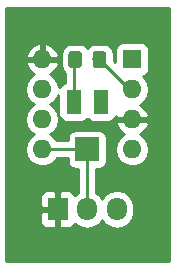
<source format=gbr>
G04 #@! TF.GenerationSoftware,KiCad,Pcbnew,(5.0.0-3-g5ebb6b6)*
G04 #@! TF.CreationDate,2019-02-02T18:51:14+01:00*
G04 #@! TF.ProjectId,tt_opt101_module,74745F6F70743130315F6D6F64756C65,rev?*
G04 #@! TF.SameCoordinates,Original*
G04 #@! TF.FileFunction,Copper,L1,Top,Signal*
G04 #@! TF.FilePolarity,Positive*
%FSLAX46Y46*%
G04 Gerber Fmt 4.6, Leading zero omitted, Abs format (unit mm)*
G04 Created by KiCad (PCBNEW (5.0.0-3-g5ebb6b6)) date Saturday, 02. February 2019 um 18:51:14*
%MOMM*%
%LPD*%
G01*
G04 APERTURE LIST*
G04 #@! TA.AperFunction,ComponentPad*
%ADD10R,1.700000X1.950000*%
G04 #@! TD*
G04 #@! TA.AperFunction,ComponentPad*
%ADD11O,1.700000X1.950000*%
G04 #@! TD*
G04 #@! TA.AperFunction,ComponentPad*
%ADD12R,1.600000X1.600000*%
G04 #@! TD*
G04 #@! TA.AperFunction,ComponentPad*
%ADD13O,1.600000X1.600000*%
G04 #@! TD*
G04 #@! TA.AperFunction,Conductor*
%ADD14C,0.100000*%
G04 #@! TD*
G04 #@! TA.AperFunction,SMDPad,CuDef*
%ADD15C,1.150000*%
G04 #@! TD*
G04 #@! TA.AperFunction,SMDPad,CuDef*
%ADD16R,1.300000X2.000000*%
G04 #@! TD*
G04 #@! TA.AperFunction,SMDPad,CuDef*
%ADD17R,2.000000X2.000000*%
G04 #@! TD*
G04 #@! TA.AperFunction,Conductor*
%ADD18C,0.250000*%
G04 #@! TD*
G04 #@! TA.AperFunction,Conductor*
%ADD19C,0.254000*%
G04 #@! TD*
G04 APERTURE END LIST*
D10*
G04 #@! TO.P,J1,1*
G04 #@! TO.N,GND*
X130850000Y-66040000D03*
D11*
G04 #@! TO.P,J1,2*
G04 #@! TO.N,Net-(J1-Pad2)*
X133350000Y-66040000D03*
G04 #@! TO.P,J1,3*
G04 #@! TO.N,+5V*
X135850000Y-66040000D03*
G04 #@! TD*
D12*
G04 #@! TO.P,O1,1*
G04 #@! TO.N,+5V*
X137150000Y-53340000D03*
D13*
G04 #@! TO.P,O1,5*
G04 #@! TO.N,Net-(J1-Pad2)*
X129530000Y-60960000D03*
G04 #@! TO.P,O1,2*
G04 #@! TO.N,Net-(O1-Pad2)*
X137150000Y-55880000D03*
G04 #@! TO.P,O1,6*
G04 #@! TO.N,Net-(O1-Pad6)*
X129530000Y-58420000D03*
G04 #@! TO.P,O1,3*
G04 #@! TO.N,GND*
X137150000Y-58420000D03*
G04 #@! TO.P,O1,7*
G04 #@! TO.N,Net-(O1-Pad7)*
X129530000Y-55880000D03*
G04 #@! TO.P,O1,4*
G04 #@! TO.N,Net-(O1-Pad4)*
X137150000Y-60960000D03*
G04 #@! TO.P,O1,8*
G04 #@! TO.N,GND*
X129530000Y-53340000D03*
G04 #@! TD*
D14*
G04 #@! TO.N,Net-(O1-Pad2)*
G04 #@! TO.C,R1*
G36*
X134724505Y-52641204D02*
X134748773Y-52644804D01*
X134772572Y-52650765D01*
X134795671Y-52659030D01*
X134817850Y-52669520D01*
X134838893Y-52682132D01*
X134858599Y-52696747D01*
X134876777Y-52713223D01*
X134893253Y-52731401D01*
X134907868Y-52751107D01*
X134920480Y-52772150D01*
X134930970Y-52794329D01*
X134939235Y-52817428D01*
X134945196Y-52841227D01*
X134948796Y-52865495D01*
X134950000Y-52889999D01*
X134950000Y-53790001D01*
X134948796Y-53814505D01*
X134945196Y-53838773D01*
X134939235Y-53862572D01*
X134930970Y-53885671D01*
X134920480Y-53907850D01*
X134907868Y-53928893D01*
X134893253Y-53948599D01*
X134876777Y-53966777D01*
X134858599Y-53983253D01*
X134838893Y-53997868D01*
X134817850Y-54010480D01*
X134795671Y-54020970D01*
X134772572Y-54029235D01*
X134748773Y-54035196D01*
X134724505Y-54038796D01*
X134700001Y-54040000D01*
X134049999Y-54040000D01*
X134025495Y-54038796D01*
X134001227Y-54035196D01*
X133977428Y-54029235D01*
X133954329Y-54020970D01*
X133932150Y-54010480D01*
X133911107Y-53997868D01*
X133891401Y-53983253D01*
X133873223Y-53966777D01*
X133856747Y-53948599D01*
X133842132Y-53928893D01*
X133829520Y-53907850D01*
X133819030Y-53885671D01*
X133810765Y-53862572D01*
X133804804Y-53838773D01*
X133801204Y-53814505D01*
X133800000Y-53790001D01*
X133800000Y-52889999D01*
X133801204Y-52865495D01*
X133804804Y-52841227D01*
X133810765Y-52817428D01*
X133819030Y-52794329D01*
X133829520Y-52772150D01*
X133842132Y-52751107D01*
X133856747Y-52731401D01*
X133873223Y-52713223D01*
X133891401Y-52696747D01*
X133911107Y-52682132D01*
X133932150Y-52669520D01*
X133954329Y-52659030D01*
X133977428Y-52650765D01*
X134001227Y-52644804D01*
X134025495Y-52641204D01*
X134049999Y-52640000D01*
X134700001Y-52640000D01*
X134724505Y-52641204D01*
X134724505Y-52641204D01*
G37*
D15*
G04 #@! TD*
G04 #@! TO.P,R1,1*
G04 #@! TO.N,Net-(O1-Pad2)*
X134375000Y-53340000D03*
D14*
G04 #@! TO.N,Net-(R1-Pad2)*
G04 #@! TO.C,R1*
G36*
X132674505Y-52641204D02*
X132698773Y-52644804D01*
X132722572Y-52650765D01*
X132745671Y-52659030D01*
X132767850Y-52669520D01*
X132788893Y-52682132D01*
X132808599Y-52696747D01*
X132826777Y-52713223D01*
X132843253Y-52731401D01*
X132857868Y-52751107D01*
X132870480Y-52772150D01*
X132880970Y-52794329D01*
X132889235Y-52817428D01*
X132895196Y-52841227D01*
X132898796Y-52865495D01*
X132900000Y-52889999D01*
X132900000Y-53790001D01*
X132898796Y-53814505D01*
X132895196Y-53838773D01*
X132889235Y-53862572D01*
X132880970Y-53885671D01*
X132870480Y-53907850D01*
X132857868Y-53928893D01*
X132843253Y-53948599D01*
X132826777Y-53966777D01*
X132808599Y-53983253D01*
X132788893Y-53997868D01*
X132767850Y-54010480D01*
X132745671Y-54020970D01*
X132722572Y-54029235D01*
X132698773Y-54035196D01*
X132674505Y-54038796D01*
X132650001Y-54040000D01*
X131999999Y-54040000D01*
X131975495Y-54038796D01*
X131951227Y-54035196D01*
X131927428Y-54029235D01*
X131904329Y-54020970D01*
X131882150Y-54010480D01*
X131861107Y-53997868D01*
X131841401Y-53983253D01*
X131823223Y-53966777D01*
X131806747Y-53948599D01*
X131792132Y-53928893D01*
X131779520Y-53907850D01*
X131769030Y-53885671D01*
X131760765Y-53862572D01*
X131754804Y-53838773D01*
X131751204Y-53814505D01*
X131750000Y-53790001D01*
X131750000Y-52889999D01*
X131751204Y-52865495D01*
X131754804Y-52841227D01*
X131760765Y-52817428D01*
X131769030Y-52794329D01*
X131779520Y-52772150D01*
X131792132Y-52751107D01*
X131806747Y-52731401D01*
X131823223Y-52713223D01*
X131841401Y-52696747D01*
X131861107Y-52682132D01*
X131882150Y-52669520D01*
X131904329Y-52659030D01*
X131927428Y-52650765D01*
X131951227Y-52644804D01*
X131975495Y-52641204D01*
X131999999Y-52640000D01*
X132650001Y-52640000D01*
X132674505Y-52641204D01*
X132674505Y-52641204D01*
G37*
D15*
G04 #@! TD*
G04 #@! TO.P,R1,2*
G04 #@! TO.N,Net-(R1-Pad2)*
X132325000Y-53340000D03*
D16*
G04 #@! TO.P,RV1,1*
G04 #@! TO.N,Net-(R1-Pad2)*
X132200000Y-56960000D03*
D17*
G04 #@! TO.P,RV1,2*
G04 #@! TO.N,Net-(J1-Pad2)*
X133350000Y-60960000D03*
D16*
G04 #@! TO.P,RV1,3*
G04 #@! TO.N,Net-(RV1-Pad3)*
X134500000Y-56960000D03*
G04 #@! TD*
D18*
G04 #@! TO.N,Net-(J1-Pad2)*
X129530000Y-60960000D02*
X133350000Y-60960000D01*
X133350000Y-60960000D02*
X133350000Y-66040000D01*
G04 #@! TO.N,Net-(O1-Pad2)*
X136915000Y-55880000D02*
X137150000Y-55880000D01*
X134375000Y-53340000D02*
X136915000Y-55880000D01*
G04 #@! TO.N,Net-(R1-Pad2)*
X132200000Y-53465000D02*
X132325000Y-53340000D01*
X132200000Y-56960000D02*
X132200000Y-53465000D01*
G04 #@! TD*
D19*
G04 #@! TO.N,GND*
G36*
X140260000Y-70410000D02*
X126440000Y-70410000D01*
X126440000Y-66325750D01*
X129365000Y-66325750D01*
X129365000Y-67141310D01*
X129461673Y-67374699D01*
X129640302Y-67553327D01*
X129873691Y-67650000D01*
X130564250Y-67650000D01*
X130723000Y-67491250D01*
X130723000Y-66167000D01*
X129523750Y-66167000D01*
X129365000Y-66325750D01*
X126440000Y-66325750D01*
X126440000Y-64938690D01*
X129365000Y-64938690D01*
X129365000Y-65754250D01*
X129523750Y-65913000D01*
X130723000Y-65913000D01*
X130723000Y-64588750D01*
X130564250Y-64430000D01*
X129873691Y-64430000D01*
X129640302Y-64526673D01*
X129461673Y-64705301D01*
X129365000Y-64938690D01*
X126440000Y-64938690D01*
X126440000Y-55880000D01*
X128066887Y-55880000D01*
X128178260Y-56439909D01*
X128495423Y-56914577D01*
X128847758Y-57150000D01*
X128495423Y-57385423D01*
X128178260Y-57860091D01*
X128066887Y-58420000D01*
X128178260Y-58979909D01*
X128495423Y-59454577D01*
X128847758Y-59690000D01*
X128495423Y-59925423D01*
X128178260Y-60400091D01*
X128066887Y-60960000D01*
X128178260Y-61519909D01*
X128495423Y-61994577D01*
X128970091Y-62311740D01*
X129388667Y-62395000D01*
X129671333Y-62395000D01*
X130089909Y-62311740D01*
X130564577Y-61994577D01*
X130748043Y-61720000D01*
X131702560Y-61720000D01*
X131702560Y-61960000D01*
X131751843Y-62207765D01*
X131892191Y-62417809D01*
X132102235Y-62558157D01*
X132350000Y-62607440D01*
X132590000Y-62607440D01*
X132590001Y-64636822D01*
X132292344Y-64835709D01*
X132238327Y-64705301D01*
X132059698Y-64526673D01*
X131826309Y-64430000D01*
X131135750Y-64430000D01*
X130977000Y-64588750D01*
X130977000Y-65913000D01*
X130997000Y-65913000D01*
X130997000Y-66167000D01*
X130977000Y-66167000D01*
X130977000Y-67491250D01*
X131135750Y-67650000D01*
X131826309Y-67650000D01*
X132059698Y-67553327D01*
X132238327Y-67374699D01*
X132292344Y-67244291D01*
X132770583Y-67563839D01*
X133350000Y-67679092D01*
X133929418Y-67563839D01*
X134420625Y-67235625D01*
X134600000Y-66967171D01*
X134779375Y-67235625D01*
X135270583Y-67563839D01*
X135850000Y-67679092D01*
X136429418Y-67563839D01*
X136920625Y-67235625D01*
X137248839Y-66744417D01*
X137335000Y-66311255D01*
X137335000Y-65768744D01*
X137248839Y-65335582D01*
X136920625Y-64844375D01*
X136429417Y-64516161D01*
X135850000Y-64400908D01*
X135270582Y-64516161D01*
X134779375Y-64844375D01*
X134600000Y-65112829D01*
X134420625Y-64844375D01*
X134110000Y-64636822D01*
X134110000Y-62607440D01*
X134350000Y-62607440D01*
X134597765Y-62558157D01*
X134807809Y-62417809D01*
X134948157Y-62207765D01*
X134997440Y-61960000D01*
X134997440Y-60960000D01*
X135686887Y-60960000D01*
X135798260Y-61519909D01*
X136115423Y-61994577D01*
X136590091Y-62311740D01*
X137008667Y-62395000D01*
X137291333Y-62395000D01*
X137709909Y-62311740D01*
X138184577Y-61994577D01*
X138501740Y-61519909D01*
X138613113Y-60960000D01*
X138501740Y-60400091D01*
X138184577Y-59925423D01*
X137800892Y-59669053D01*
X138005134Y-59572389D01*
X138381041Y-59157423D01*
X138541904Y-58769039D01*
X138419915Y-58547000D01*
X137277000Y-58547000D01*
X137277000Y-58567000D01*
X137023000Y-58567000D01*
X137023000Y-58547000D01*
X135880085Y-58547000D01*
X135758096Y-58769039D01*
X135918959Y-59157423D01*
X136294866Y-59572389D01*
X136499108Y-59669053D01*
X136115423Y-59925423D01*
X135798260Y-60400091D01*
X135686887Y-60960000D01*
X134997440Y-60960000D01*
X134997440Y-59960000D01*
X134948157Y-59712235D01*
X134807809Y-59502191D01*
X134597765Y-59361843D01*
X134350000Y-59312560D01*
X132350000Y-59312560D01*
X132102235Y-59361843D01*
X131892191Y-59502191D01*
X131751843Y-59712235D01*
X131702560Y-59960000D01*
X131702560Y-60200000D01*
X130748043Y-60200000D01*
X130564577Y-59925423D01*
X130212242Y-59690000D01*
X130564577Y-59454577D01*
X130881740Y-58979909D01*
X130993113Y-58420000D01*
X130881740Y-57860091D01*
X130564577Y-57385423D01*
X130212242Y-57150000D01*
X130564577Y-56914577D01*
X130881740Y-56439909D01*
X130902560Y-56335240D01*
X130902560Y-57960000D01*
X130951843Y-58207765D01*
X131092191Y-58417809D01*
X131302235Y-58558157D01*
X131550000Y-58607440D01*
X132850000Y-58607440D01*
X133097765Y-58558157D01*
X133307809Y-58417809D01*
X133350000Y-58354666D01*
X133392191Y-58417809D01*
X133602235Y-58558157D01*
X133850000Y-58607440D01*
X135150000Y-58607440D01*
X135397765Y-58558157D01*
X135607809Y-58417809D01*
X135748157Y-58207765D01*
X135770777Y-58094043D01*
X135880085Y-58293000D01*
X137023000Y-58293000D01*
X137023000Y-58273000D01*
X137277000Y-58273000D01*
X137277000Y-58293000D01*
X138419915Y-58293000D01*
X138541904Y-58070961D01*
X138381041Y-57682577D01*
X138005134Y-57267611D01*
X137800892Y-57170947D01*
X138184577Y-56914577D01*
X138501740Y-56439909D01*
X138613113Y-55880000D01*
X138501740Y-55320091D01*
X138184577Y-54845423D01*
X138063894Y-54764785D01*
X138197765Y-54738157D01*
X138407809Y-54597809D01*
X138548157Y-54387765D01*
X138597440Y-54140000D01*
X138597440Y-52540000D01*
X138548157Y-52292235D01*
X138407809Y-52082191D01*
X138197765Y-51941843D01*
X137950000Y-51892560D01*
X136350000Y-51892560D01*
X136102235Y-51941843D01*
X135892191Y-52082191D01*
X135751843Y-52292235D01*
X135702560Y-52540000D01*
X135702560Y-53592758D01*
X135597440Y-53487638D01*
X135597440Y-52889999D01*
X135529127Y-52546564D01*
X135334586Y-52255414D01*
X135043436Y-52060873D01*
X134700001Y-51992560D01*
X134049999Y-51992560D01*
X133706564Y-52060873D01*
X133415414Y-52255414D01*
X133350000Y-52353313D01*
X133284586Y-52255414D01*
X132993436Y-52060873D01*
X132650001Y-51992560D01*
X131999999Y-51992560D01*
X131656564Y-52060873D01*
X131365414Y-52255414D01*
X131170873Y-52546564D01*
X131102560Y-52889999D01*
X131102560Y-53790001D01*
X131170873Y-54133436D01*
X131365414Y-54424586D01*
X131440001Y-54474423D01*
X131440000Y-55334440D01*
X131302235Y-55361843D01*
X131092191Y-55502191D01*
X130957930Y-55703125D01*
X130881740Y-55320091D01*
X130564577Y-54845423D01*
X130180892Y-54589053D01*
X130385134Y-54492389D01*
X130761041Y-54077423D01*
X130921904Y-53689039D01*
X130799915Y-53467000D01*
X129657000Y-53467000D01*
X129657000Y-53487000D01*
X129403000Y-53487000D01*
X129403000Y-53467000D01*
X128260085Y-53467000D01*
X128138096Y-53689039D01*
X128298959Y-54077423D01*
X128674866Y-54492389D01*
X128879108Y-54589053D01*
X128495423Y-54845423D01*
X128178260Y-55320091D01*
X128066887Y-55880000D01*
X126440000Y-55880000D01*
X126440000Y-52990961D01*
X128138096Y-52990961D01*
X128260085Y-53213000D01*
X129403000Y-53213000D01*
X129403000Y-52069371D01*
X129657000Y-52069371D01*
X129657000Y-53213000D01*
X130799915Y-53213000D01*
X130921904Y-52990961D01*
X130761041Y-52602577D01*
X130385134Y-52187611D01*
X129879041Y-51948086D01*
X129657000Y-52069371D01*
X129403000Y-52069371D01*
X129180959Y-51948086D01*
X128674866Y-52187611D01*
X128298959Y-52602577D01*
X128138096Y-52990961D01*
X126440000Y-52990961D01*
X126440000Y-48970000D01*
X140260001Y-48970000D01*
X140260000Y-70410000D01*
X140260000Y-70410000D01*
G37*
X140260000Y-70410000D02*
X126440000Y-70410000D01*
X126440000Y-66325750D01*
X129365000Y-66325750D01*
X129365000Y-67141310D01*
X129461673Y-67374699D01*
X129640302Y-67553327D01*
X129873691Y-67650000D01*
X130564250Y-67650000D01*
X130723000Y-67491250D01*
X130723000Y-66167000D01*
X129523750Y-66167000D01*
X129365000Y-66325750D01*
X126440000Y-66325750D01*
X126440000Y-64938690D01*
X129365000Y-64938690D01*
X129365000Y-65754250D01*
X129523750Y-65913000D01*
X130723000Y-65913000D01*
X130723000Y-64588750D01*
X130564250Y-64430000D01*
X129873691Y-64430000D01*
X129640302Y-64526673D01*
X129461673Y-64705301D01*
X129365000Y-64938690D01*
X126440000Y-64938690D01*
X126440000Y-55880000D01*
X128066887Y-55880000D01*
X128178260Y-56439909D01*
X128495423Y-56914577D01*
X128847758Y-57150000D01*
X128495423Y-57385423D01*
X128178260Y-57860091D01*
X128066887Y-58420000D01*
X128178260Y-58979909D01*
X128495423Y-59454577D01*
X128847758Y-59690000D01*
X128495423Y-59925423D01*
X128178260Y-60400091D01*
X128066887Y-60960000D01*
X128178260Y-61519909D01*
X128495423Y-61994577D01*
X128970091Y-62311740D01*
X129388667Y-62395000D01*
X129671333Y-62395000D01*
X130089909Y-62311740D01*
X130564577Y-61994577D01*
X130748043Y-61720000D01*
X131702560Y-61720000D01*
X131702560Y-61960000D01*
X131751843Y-62207765D01*
X131892191Y-62417809D01*
X132102235Y-62558157D01*
X132350000Y-62607440D01*
X132590000Y-62607440D01*
X132590001Y-64636822D01*
X132292344Y-64835709D01*
X132238327Y-64705301D01*
X132059698Y-64526673D01*
X131826309Y-64430000D01*
X131135750Y-64430000D01*
X130977000Y-64588750D01*
X130977000Y-65913000D01*
X130997000Y-65913000D01*
X130997000Y-66167000D01*
X130977000Y-66167000D01*
X130977000Y-67491250D01*
X131135750Y-67650000D01*
X131826309Y-67650000D01*
X132059698Y-67553327D01*
X132238327Y-67374699D01*
X132292344Y-67244291D01*
X132770583Y-67563839D01*
X133350000Y-67679092D01*
X133929418Y-67563839D01*
X134420625Y-67235625D01*
X134600000Y-66967171D01*
X134779375Y-67235625D01*
X135270583Y-67563839D01*
X135850000Y-67679092D01*
X136429418Y-67563839D01*
X136920625Y-67235625D01*
X137248839Y-66744417D01*
X137335000Y-66311255D01*
X137335000Y-65768744D01*
X137248839Y-65335582D01*
X136920625Y-64844375D01*
X136429417Y-64516161D01*
X135850000Y-64400908D01*
X135270582Y-64516161D01*
X134779375Y-64844375D01*
X134600000Y-65112829D01*
X134420625Y-64844375D01*
X134110000Y-64636822D01*
X134110000Y-62607440D01*
X134350000Y-62607440D01*
X134597765Y-62558157D01*
X134807809Y-62417809D01*
X134948157Y-62207765D01*
X134997440Y-61960000D01*
X134997440Y-60960000D01*
X135686887Y-60960000D01*
X135798260Y-61519909D01*
X136115423Y-61994577D01*
X136590091Y-62311740D01*
X137008667Y-62395000D01*
X137291333Y-62395000D01*
X137709909Y-62311740D01*
X138184577Y-61994577D01*
X138501740Y-61519909D01*
X138613113Y-60960000D01*
X138501740Y-60400091D01*
X138184577Y-59925423D01*
X137800892Y-59669053D01*
X138005134Y-59572389D01*
X138381041Y-59157423D01*
X138541904Y-58769039D01*
X138419915Y-58547000D01*
X137277000Y-58547000D01*
X137277000Y-58567000D01*
X137023000Y-58567000D01*
X137023000Y-58547000D01*
X135880085Y-58547000D01*
X135758096Y-58769039D01*
X135918959Y-59157423D01*
X136294866Y-59572389D01*
X136499108Y-59669053D01*
X136115423Y-59925423D01*
X135798260Y-60400091D01*
X135686887Y-60960000D01*
X134997440Y-60960000D01*
X134997440Y-59960000D01*
X134948157Y-59712235D01*
X134807809Y-59502191D01*
X134597765Y-59361843D01*
X134350000Y-59312560D01*
X132350000Y-59312560D01*
X132102235Y-59361843D01*
X131892191Y-59502191D01*
X131751843Y-59712235D01*
X131702560Y-59960000D01*
X131702560Y-60200000D01*
X130748043Y-60200000D01*
X130564577Y-59925423D01*
X130212242Y-59690000D01*
X130564577Y-59454577D01*
X130881740Y-58979909D01*
X130993113Y-58420000D01*
X130881740Y-57860091D01*
X130564577Y-57385423D01*
X130212242Y-57150000D01*
X130564577Y-56914577D01*
X130881740Y-56439909D01*
X130902560Y-56335240D01*
X130902560Y-57960000D01*
X130951843Y-58207765D01*
X131092191Y-58417809D01*
X131302235Y-58558157D01*
X131550000Y-58607440D01*
X132850000Y-58607440D01*
X133097765Y-58558157D01*
X133307809Y-58417809D01*
X133350000Y-58354666D01*
X133392191Y-58417809D01*
X133602235Y-58558157D01*
X133850000Y-58607440D01*
X135150000Y-58607440D01*
X135397765Y-58558157D01*
X135607809Y-58417809D01*
X135748157Y-58207765D01*
X135770777Y-58094043D01*
X135880085Y-58293000D01*
X137023000Y-58293000D01*
X137023000Y-58273000D01*
X137277000Y-58273000D01*
X137277000Y-58293000D01*
X138419915Y-58293000D01*
X138541904Y-58070961D01*
X138381041Y-57682577D01*
X138005134Y-57267611D01*
X137800892Y-57170947D01*
X138184577Y-56914577D01*
X138501740Y-56439909D01*
X138613113Y-55880000D01*
X138501740Y-55320091D01*
X138184577Y-54845423D01*
X138063894Y-54764785D01*
X138197765Y-54738157D01*
X138407809Y-54597809D01*
X138548157Y-54387765D01*
X138597440Y-54140000D01*
X138597440Y-52540000D01*
X138548157Y-52292235D01*
X138407809Y-52082191D01*
X138197765Y-51941843D01*
X137950000Y-51892560D01*
X136350000Y-51892560D01*
X136102235Y-51941843D01*
X135892191Y-52082191D01*
X135751843Y-52292235D01*
X135702560Y-52540000D01*
X135702560Y-53592758D01*
X135597440Y-53487638D01*
X135597440Y-52889999D01*
X135529127Y-52546564D01*
X135334586Y-52255414D01*
X135043436Y-52060873D01*
X134700001Y-51992560D01*
X134049999Y-51992560D01*
X133706564Y-52060873D01*
X133415414Y-52255414D01*
X133350000Y-52353313D01*
X133284586Y-52255414D01*
X132993436Y-52060873D01*
X132650001Y-51992560D01*
X131999999Y-51992560D01*
X131656564Y-52060873D01*
X131365414Y-52255414D01*
X131170873Y-52546564D01*
X131102560Y-52889999D01*
X131102560Y-53790001D01*
X131170873Y-54133436D01*
X131365414Y-54424586D01*
X131440001Y-54474423D01*
X131440000Y-55334440D01*
X131302235Y-55361843D01*
X131092191Y-55502191D01*
X130957930Y-55703125D01*
X130881740Y-55320091D01*
X130564577Y-54845423D01*
X130180892Y-54589053D01*
X130385134Y-54492389D01*
X130761041Y-54077423D01*
X130921904Y-53689039D01*
X130799915Y-53467000D01*
X129657000Y-53467000D01*
X129657000Y-53487000D01*
X129403000Y-53487000D01*
X129403000Y-53467000D01*
X128260085Y-53467000D01*
X128138096Y-53689039D01*
X128298959Y-54077423D01*
X128674866Y-54492389D01*
X128879108Y-54589053D01*
X128495423Y-54845423D01*
X128178260Y-55320091D01*
X128066887Y-55880000D01*
X126440000Y-55880000D01*
X126440000Y-52990961D01*
X128138096Y-52990961D01*
X128260085Y-53213000D01*
X129403000Y-53213000D01*
X129403000Y-52069371D01*
X129657000Y-52069371D01*
X129657000Y-53213000D01*
X130799915Y-53213000D01*
X130921904Y-52990961D01*
X130761041Y-52602577D01*
X130385134Y-52187611D01*
X129879041Y-51948086D01*
X129657000Y-52069371D01*
X129403000Y-52069371D01*
X129180959Y-51948086D01*
X128674866Y-52187611D01*
X128298959Y-52602577D01*
X128138096Y-52990961D01*
X126440000Y-52990961D01*
X126440000Y-48970000D01*
X140260001Y-48970000D01*
X140260000Y-70410000D01*
G04 #@! TD*
M02*

</source>
